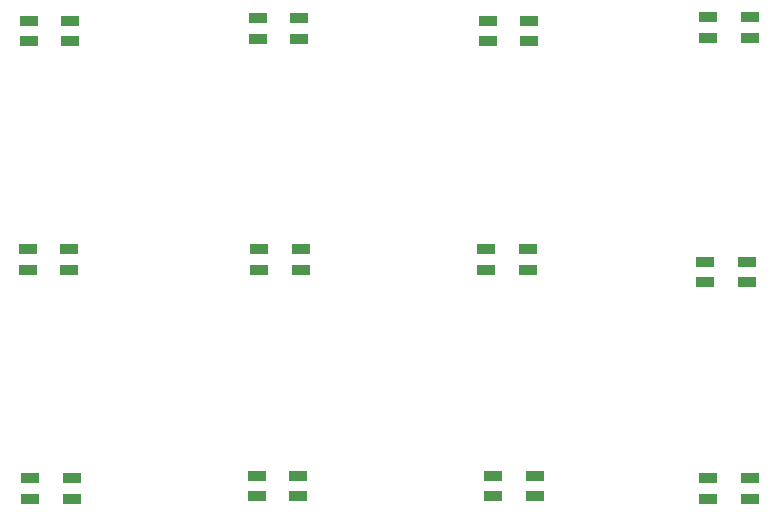
<source format=gbr>
%TF.GenerationSoftware,KiCad,Pcbnew,9.0.2-2.fc42*%
%TF.CreationDate,2025-06-07T11:28:52-05:00*%
%TF.ProjectId,macro_pad,6d616372-6f5f-4706-9164-2e6b69636164,rev?*%
%TF.SameCoordinates,Original*%
%TF.FileFunction,Paste,Top*%
%TF.FilePolarity,Positive*%
%FSLAX46Y46*%
G04 Gerber Fmt 4.6, Leading zero omitted, Abs format (unit mm)*
G04 Created by KiCad (PCBNEW 9.0.2-2.fc42) date 2025-06-07 11:28:52*
%MOMM*%
%LPD*%
G01*
G04 APERTURE LIST*
%ADD10R,1.600000X0.850000*%
G04 APERTURE END LIST*
D10*
%TO.C,D15*%
X132450000Y-100725000D03*
X132450000Y-102475000D03*
X135950000Y-102475000D03*
X135950000Y-100725000D03*
%TD*%
%TO.C,D13*%
X132200000Y-82400000D03*
X132200000Y-84150000D03*
X135700000Y-84150000D03*
X135700000Y-82400000D03*
%TD*%
%TO.C,D11*%
X132450000Y-61725000D03*
X132450000Y-63475000D03*
X135950000Y-63475000D03*
X135950000Y-61725000D03*
%TD*%
%TO.C,D9*%
X114250000Y-100525000D03*
X114250000Y-102275000D03*
X117750000Y-102275000D03*
X117750000Y-100525000D03*
%TD*%
%TO.C,D8*%
X113650000Y-81325000D03*
X113650000Y-83075000D03*
X117150000Y-83075000D03*
X117150000Y-81325000D03*
%TD*%
%TO.C,D7*%
X113800000Y-62000000D03*
X113800000Y-63750000D03*
X117300000Y-63750000D03*
X117300000Y-62000000D03*
%TD*%
%TO.C,D6*%
X94250000Y-100525000D03*
X94250000Y-102275000D03*
X97750000Y-102275000D03*
X97750000Y-100525000D03*
%TD*%
%TO.C,D5*%
X94450000Y-81325000D03*
X94450000Y-83075000D03*
X97950000Y-83075000D03*
X97950000Y-81325000D03*
%TD*%
%TO.C,D4*%
X94300000Y-61800000D03*
X94300000Y-63550000D03*
X97800000Y-63550000D03*
X97800000Y-61800000D03*
%TD*%
%TO.C,D3*%
X75050000Y-100725000D03*
X75050000Y-102475000D03*
X78550000Y-102475000D03*
X78550000Y-100725000D03*
%TD*%
%TO.C,D2*%
X74850000Y-81325000D03*
X74850000Y-83075000D03*
X78350000Y-83075000D03*
X78350000Y-81325000D03*
%TD*%
%TO.C,D1*%
X74900000Y-62000000D03*
X74900000Y-63750000D03*
X78400000Y-63750000D03*
X78400000Y-62000000D03*
%TD*%
M02*

</source>
